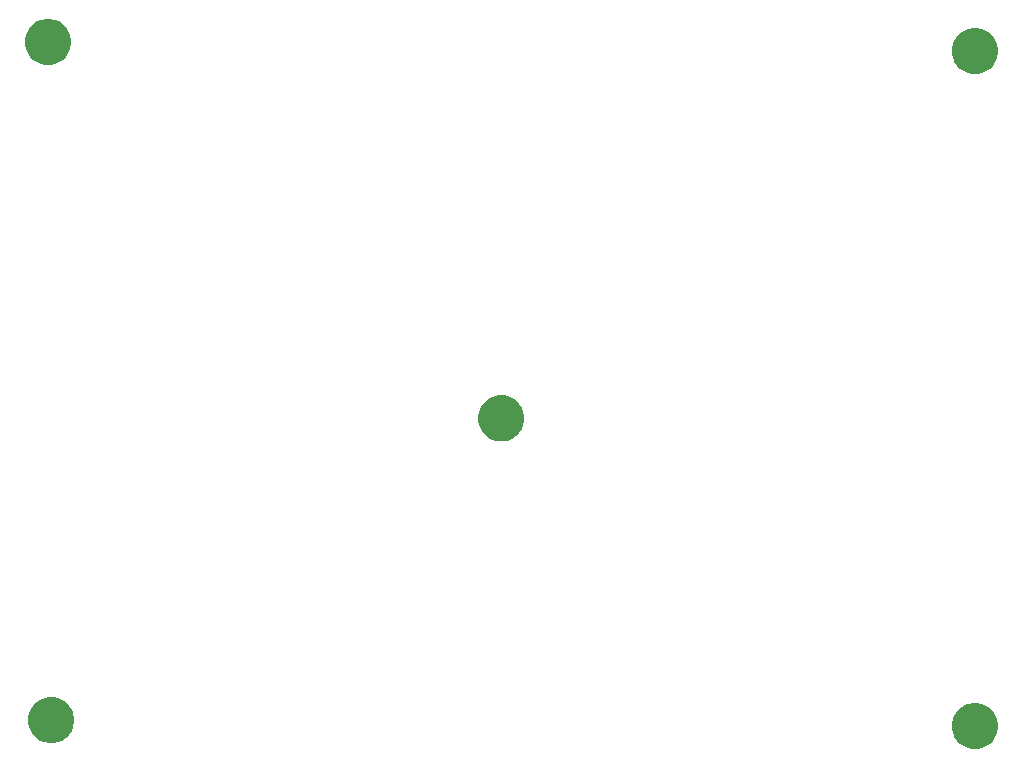
<source format=gbr>
G04 #@! TF.GenerationSoftware,KiCad,Pcbnew,(5.1.4)-1*
G04 #@! TF.CreationDate,2021-09-27T09:24:48-04:00*
G04 #@! TF.ProjectId,bottom_case,626f7474-6f6d-45f6-9361-73652e6b6963,rev?*
G04 #@! TF.SameCoordinates,Original*
G04 #@! TF.FileFunction,Soldermask,Top*
G04 #@! TF.FilePolarity,Negative*
%FSLAX46Y46*%
G04 Gerber Fmt 4.6, Leading zero omitted, Abs format (unit mm)*
G04 Created by KiCad (PCBNEW (5.1.4)-1) date 2021-09-27 09:24:48*
%MOMM*%
%LPD*%
G04 APERTURE LIST*
%ADD10C,0.100000*%
G04 APERTURE END LIST*
D10*
G36*
X88294085Y-65298975D02*
G01*
X88613572Y-65431311D01*
X88649145Y-65446046D01*
X88968690Y-65659559D01*
X89240441Y-65931310D01*
X89357108Y-66105915D01*
X89453955Y-66250857D01*
X89601025Y-66605915D01*
X89676000Y-66982842D01*
X89676000Y-67367158D01*
X89601025Y-67744085D01*
X89528701Y-67918690D01*
X89453954Y-68099145D01*
X89240441Y-68418690D01*
X88968690Y-68690441D01*
X88649145Y-68903954D01*
X88649144Y-68903955D01*
X88649143Y-68903955D01*
X88294085Y-69051025D01*
X87917158Y-69126000D01*
X87532842Y-69126000D01*
X87155915Y-69051025D01*
X86800857Y-68903955D01*
X86800856Y-68903955D01*
X86800855Y-68903954D01*
X86481310Y-68690441D01*
X86209559Y-68418690D01*
X85996046Y-68099145D01*
X85921299Y-67918690D01*
X85848975Y-67744085D01*
X85774000Y-67367158D01*
X85774000Y-66982842D01*
X85848975Y-66605915D01*
X85996045Y-66250857D01*
X86092892Y-66105915D01*
X86209559Y-65931310D01*
X86481310Y-65659559D01*
X86800855Y-65446046D01*
X86836428Y-65431311D01*
X87155915Y-65298975D01*
X87532842Y-65224000D01*
X87917158Y-65224000D01*
X88294085Y-65298975D01*
X88294085Y-65298975D01*
G37*
G36*
X10094085Y-64798975D02*
G01*
X10449143Y-64946045D01*
X10449145Y-64946046D01*
X10768690Y-65159559D01*
X11040441Y-65431310D01*
X11050287Y-65446046D01*
X11253955Y-65750857D01*
X11401025Y-66105915D01*
X11476000Y-66482842D01*
X11476000Y-66867158D01*
X11401025Y-67244085D01*
X11350046Y-67367158D01*
X11253954Y-67599145D01*
X11040441Y-67918690D01*
X10768690Y-68190441D01*
X10449145Y-68403954D01*
X10449144Y-68403955D01*
X10449143Y-68403955D01*
X10094085Y-68551025D01*
X9717158Y-68626000D01*
X9332842Y-68626000D01*
X8955915Y-68551025D01*
X8600857Y-68403955D01*
X8600856Y-68403955D01*
X8600855Y-68403954D01*
X8281310Y-68190441D01*
X8009559Y-67918690D01*
X7796046Y-67599145D01*
X7699954Y-67367158D01*
X7648975Y-67244085D01*
X7574000Y-66867158D01*
X7574000Y-66482842D01*
X7648975Y-66105915D01*
X7796045Y-65750857D01*
X7999713Y-65446046D01*
X8009559Y-65431310D01*
X8281310Y-65159559D01*
X8600855Y-64946046D01*
X8600857Y-64946045D01*
X8955915Y-64798975D01*
X9332842Y-64724000D01*
X9717158Y-64724000D01*
X10094085Y-64798975D01*
X10094085Y-64798975D01*
G37*
G36*
X48194085Y-39248975D02*
G01*
X48549143Y-39396045D01*
X48549145Y-39396046D01*
X48868690Y-39609559D01*
X49140441Y-39881310D01*
X49353954Y-40200855D01*
X49353955Y-40200857D01*
X49501025Y-40555915D01*
X49576000Y-40932842D01*
X49576000Y-41317158D01*
X49501025Y-41694085D01*
X49353955Y-42049143D01*
X49353954Y-42049145D01*
X49140441Y-42368690D01*
X48868690Y-42640441D01*
X48549145Y-42853954D01*
X48549144Y-42853955D01*
X48549143Y-42853955D01*
X48194085Y-43001025D01*
X47817158Y-43076000D01*
X47432842Y-43076000D01*
X47055915Y-43001025D01*
X46700857Y-42853955D01*
X46700856Y-42853955D01*
X46700855Y-42853954D01*
X46381310Y-42640441D01*
X46109559Y-42368690D01*
X45896046Y-42049145D01*
X45896045Y-42049143D01*
X45748975Y-41694085D01*
X45674000Y-41317158D01*
X45674000Y-40932842D01*
X45748975Y-40555915D01*
X45896045Y-40200857D01*
X45896046Y-40200855D01*
X46109559Y-39881310D01*
X46381310Y-39609559D01*
X46700855Y-39396046D01*
X46700857Y-39396045D01*
X47055915Y-39248975D01*
X47432842Y-39174000D01*
X47817158Y-39174000D01*
X48194085Y-39248975D01*
X48194085Y-39248975D01*
G37*
G36*
X88294085Y-8148975D02*
G01*
X88649143Y-8296045D01*
X88649145Y-8296046D01*
X88968690Y-8509559D01*
X89240441Y-8781310D01*
X89425214Y-9057843D01*
X89453955Y-9100857D01*
X89601025Y-9455915D01*
X89676000Y-9832842D01*
X89676000Y-10217158D01*
X89601025Y-10594085D01*
X89530047Y-10765441D01*
X89453954Y-10949145D01*
X89240441Y-11268690D01*
X88968690Y-11540441D01*
X88649145Y-11753954D01*
X88649144Y-11753955D01*
X88649143Y-11753955D01*
X88294085Y-11901025D01*
X87917158Y-11976000D01*
X87532842Y-11976000D01*
X87155915Y-11901025D01*
X86800857Y-11753955D01*
X86800856Y-11753955D01*
X86800855Y-11753954D01*
X86481310Y-11540441D01*
X86209559Y-11268690D01*
X85996046Y-10949145D01*
X85919953Y-10765441D01*
X85848975Y-10594085D01*
X85774000Y-10217158D01*
X85774000Y-9832842D01*
X85848975Y-9455915D01*
X85996045Y-9100857D01*
X86024786Y-9057843D01*
X86209559Y-8781310D01*
X86481310Y-8509559D01*
X86800855Y-8296046D01*
X86800857Y-8296045D01*
X87155915Y-8148975D01*
X87532842Y-8074000D01*
X87917158Y-8074000D01*
X88294085Y-8148975D01*
X88294085Y-8148975D01*
G37*
G36*
X9819085Y-7373975D02*
G01*
X10174143Y-7521045D01*
X10174145Y-7521046D01*
X10493690Y-7734559D01*
X10765441Y-8006310D01*
X10959036Y-8296046D01*
X10978955Y-8325857D01*
X11126025Y-8680915D01*
X11201000Y-9057842D01*
X11201000Y-9442158D01*
X11126025Y-9819085D01*
X11120326Y-9832843D01*
X10978954Y-10174145D01*
X10765441Y-10493690D01*
X10493690Y-10765441D01*
X10174145Y-10978954D01*
X10174144Y-10978955D01*
X10174143Y-10978955D01*
X9819085Y-11126025D01*
X9442158Y-11201000D01*
X9057842Y-11201000D01*
X8680915Y-11126025D01*
X8325857Y-10978955D01*
X8325856Y-10978955D01*
X8325855Y-10978954D01*
X8006310Y-10765441D01*
X7734559Y-10493690D01*
X7521046Y-10174145D01*
X7379674Y-9832843D01*
X7373975Y-9819085D01*
X7299000Y-9442158D01*
X7299000Y-9057842D01*
X7373975Y-8680915D01*
X7521045Y-8325857D01*
X7540964Y-8296046D01*
X7734559Y-8006310D01*
X8006310Y-7734559D01*
X8325855Y-7521046D01*
X8325857Y-7521045D01*
X8680915Y-7373975D01*
X9057842Y-7299000D01*
X9442158Y-7299000D01*
X9819085Y-7373975D01*
X9819085Y-7373975D01*
G37*
M02*

</source>
